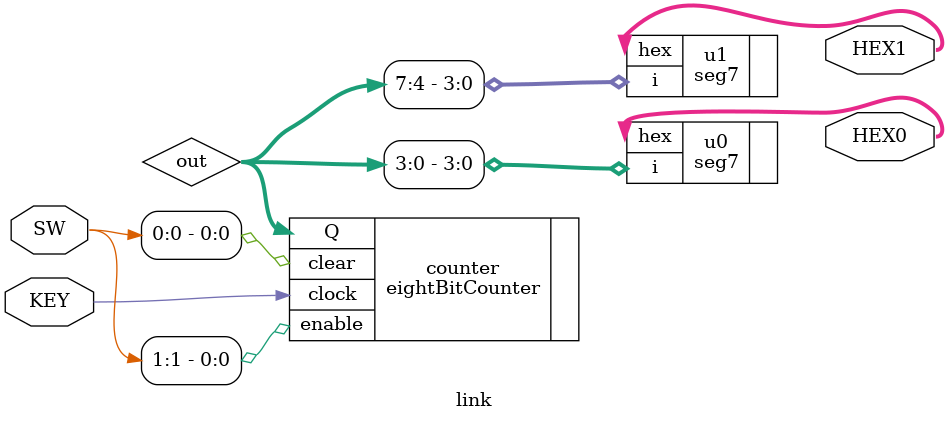
<source format=v>
`timescale 1ns/1ns

module link(KEY, SW, HEX0, HEX1);
	input KEY;
	input [1:0]SW;
	output [6:0] HEX0, HEX1;
	wire [7:0] out;

	eightBitCounter counter(.enable(SW[1]), .clock(KEY), .clear(SW[0]), .Q(out));

	seg7 u0(.i(out[3:0]), .hex(HEX0));
	seg7 u1(.i(out[7:4]), .hex(HEX1));

endmodule
</source>
